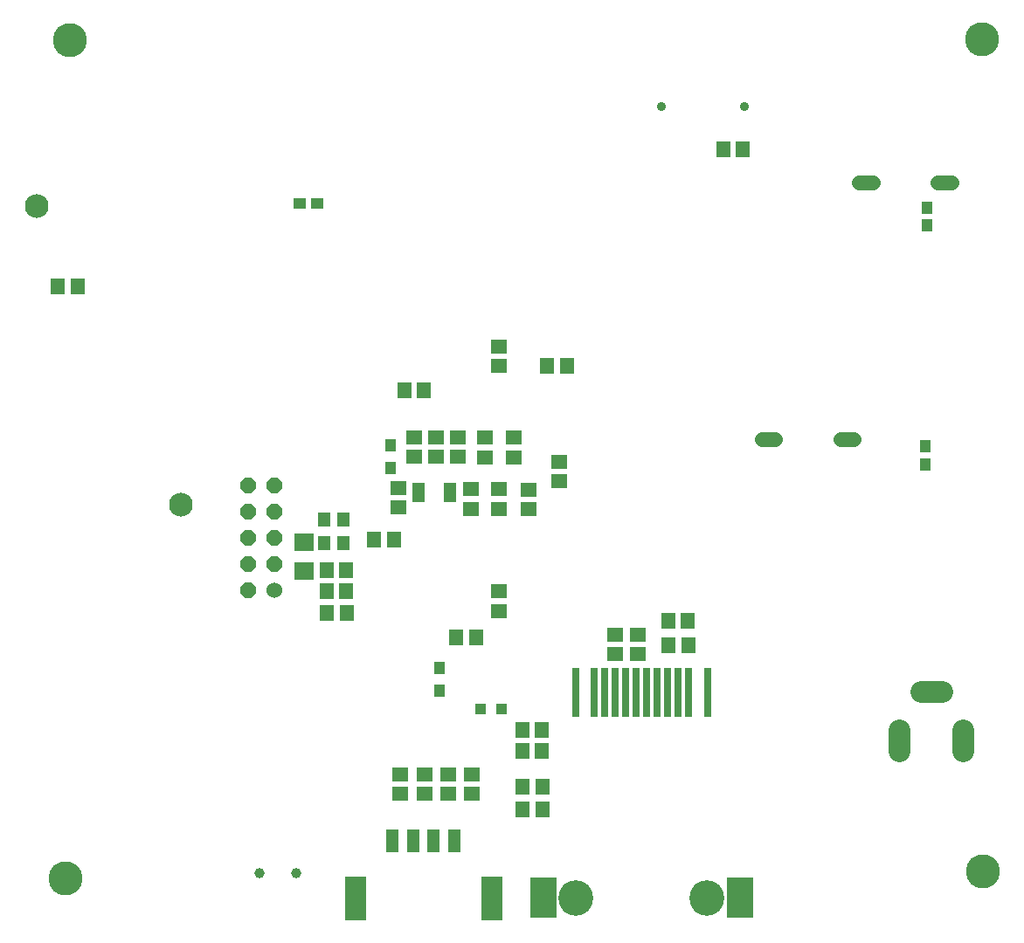
<source format=gbs>
G75*
%MOIN*%
%OFA0B0*%
%FSLAX25Y25*%
%IPPOS*%
%LPD*%
%AMOC8*
5,1,8,0,0,1.08239X$1,22.5*
%
%ADD10R,0.04731X0.07487*%
%ADD11R,0.06306X0.05518*%
%ADD12R,0.07487X0.06699*%
%ADD13R,0.05518X0.06306*%
%ADD14R,0.04534X0.05518*%
%ADD15R,0.04337X0.05124*%
%ADD16R,0.04337X0.04337*%
%ADD17C,0.09061*%
%ADD18C,0.03550*%
%ADD19C,0.05600*%
%ADD20R,0.04337X0.04731*%
%ADD21R,0.04731X0.04337*%
%ADD22C,0.03943*%
%ADD23R,0.08274X0.16935*%
%ADD24R,0.05124X0.09061*%
%ADD25C,0.06000*%
%ADD26OC8,0.06000*%
%ADD27C,0.08274*%
%ADD28C,0.12998*%
%ADD29C,0.13200*%
%ADD30R,0.02800X0.18500*%
%ADD31R,0.10200X0.15800*%
D10*
X0162180Y0176400D03*
X0174385Y0176400D03*
D11*
X0182382Y0177540D03*
X0182382Y0170060D03*
X0192882Y0170060D03*
X0192882Y0177540D03*
X0204382Y0177440D03*
X0204382Y0169960D03*
X0215982Y0180660D03*
X0215982Y0188140D03*
X0198682Y0189760D03*
X0198682Y0197240D03*
X0187682Y0197240D03*
X0187682Y0189760D03*
X0177282Y0189860D03*
X0177282Y0197340D03*
X0168882Y0197340D03*
X0168882Y0189860D03*
X0160582Y0189860D03*
X0160582Y0197340D03*
X0154482Y0178040D03*
X0154482Y0170560D03*
X0193082Y0138540D03*
X0193082Y0131060D03*
X0237182Y0122040D03*
X0237182Y0114560D03*
X0245982Y0114560D03*
X0245982Y0122040D03*
X0182782Y0068740D03*
X0182782Y0061260D03*
X0173682Y0061260D03*
X0173682Y0068740D03*
X0164582Y0068740D03*
X0164582Y0061260D03*
X0155182Y0061360D03*
X0155182Y0068840D03*
X0192882Y0224560D03*
X0192882Y0232040D03*
D12*
X0118482Y0157312D03*
X0118482Y0146288D03*
D13*
X0127242Y0146800D03*
X0134723Y0146800D03*
X0134723Y0138600D03*
X0127242Y0138600D03*
X0127342Y0130300D03*
X0134823Y0130300D03*
X0145442Y0158500D03*
X0152923Y0158500D03*
X0176642Y0121100D03*
X0184123Y0121100D03*
X0201842Y0085800D03*
X0209323Y0085800D03*
X0209323Y0077700D03*
X0201842Y0077700D03*
X0202042Y0064100D03*
X0209523Y0064100D03*
X0209523Y0055200D03*
X0202042Y0055200D03*
X0257642Y0117900D03*
X0265123Y0117900D03*
X0265023Y0127200D03*
X0257542Y0127200D03*
X0164423Y0215400D03*
X0156942Y0215400D03*
X0211442Y0224700D03*
X0218923Y0224700D03*
X0278542Y0307500D03*
X0286023Y0307500D03*
X0032123Y0254900D03*
X0024642Y0254900D03*
D14*
X0126241Y0165928D03*
X0133524Y0165928D03*
X0133524Y0156872D03*
X0126241Y0156872D03*
D15*
X0151482Y0185569D03*
X0151482Y0194231D03*
X0170282Y0109431D03*
X0170282Y0100769D03*
D16*
X0185982Y0093700D03*
X0193856Y0093700D03*
D17*
X0071575Y0171653D03*
X0016456Y0285826D03*
D18*
X0254960Y0323732D03*
X0286456Y0323732D03*
D19*
X0330282Y0294700D02*
X0335482Y0294700D01*
X0360282Y0294700D02*
X0365482Y0294700D01*
X0328382Y0196800D02*
X0323182Y0196800D01*
X0298382Y0196800D02*
X0293182Y0196800D01*
D20*
X0355482Y0193846D03*
X0355482Y0187154D03*
X0356382Y0278354D03*
X0356382Y0285046D03*
D21*
X0123629Y0286600D03*
X0116936Y0286600D03*
D22*
X0115472Y0031000D03*
X0101693Y0031000D03*
D23*
X0138198Y0021384D03*
X0190167Y0021384D03*
D24*
X0175993Y0043353D03*
X0168119Y0043353D03*
X0160245Y0043353D03*
X0152371Y0043353D03*
D25*
X0107182Y0139000D03*
D26*
X0097182Y0139000D03*
X0097182Y0149000D03*
X0107182Y0149000D03*
X0107182Y0159000D03*
X0097182Y0159000D03*
X0097182Y0169000D03*
X0097182Y0179000D03*
X0107182Y0179000D03*
X0107182Y0169000D03*
D27*
X0345778Y0085537D02*
X0345778Y0077663D01*
X0369793Y0077663D02*
X0369793Y0085537D01*
X0361919Y0100498D02*
X0354045Y0100498D01*
D28*
X0027782Y0029000D03*
X0377582Y0031700D03*
X0377382Y0349300D03*
X0029282Y0349100D03*
D29*
X0222382Y0021600D03*
X0222282Y0021400D03*
X0272282Y0021400D03*
X0272382Y0021600D03*
D30*
X0272582Y0100100D03*
X0265382Y0100100D03*
X0261382Y0100100D03*
X0257382Y0100100D03*
X0253382Y0100100D03*
X0249382Y0100100D03*
X0245382Y0100100D03*
X0241382Y0100100D03*
X0237382Y0100100D03*
X0233382Y0100100D03*
X0229382Y0100100D03*
X0222182Y0100100D03*
D31*
X0209882Y0021600D03*
X0284882Y0021600D03*
M02*

</source>
